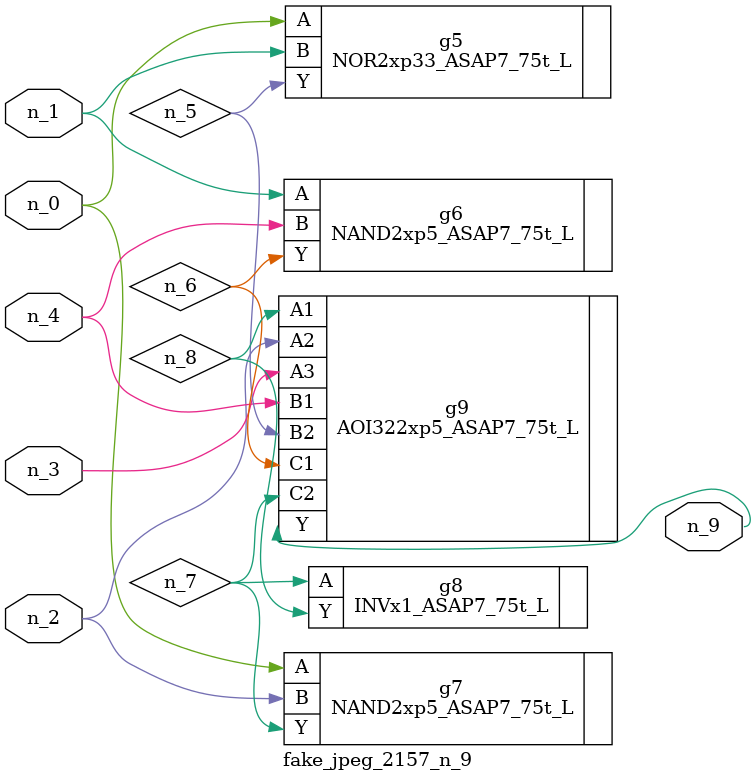
<source format=v>
module fake_jpeg_2157_n_9 (n_3, n_2, n_1, n_0, n_4, n_9);

input n_3;
input n_2;
input n_1;
input n_0;
input n_4;

output n_9;

wire n_8;
wire n_6;
wire n_5;
wire n_7;

NOR2xp33_ASAP7_75t_L g5 ( 
.A(n_0),
.B(n_1),
.Y(n_5)
);

NAND2xp5_ASAP7_75t_L g6 ( 
.A(n_1),
.B(n_4),
.Y(n_6)
);

NAND2xp5_ASAP7_75t_L g7 ( 
.A(n_0),
.B(n_2),
.Y(n_7)
);

INVx1_ASAP7_75t_L g8 ( 
.A(n_7),
.Y(n_8)
);

AOI322xp5_ASAP7_75t_L g9 ( 
.A1(n_8),
.A2(n_2),
.A3(n_3),
.B1(n_4),
.B2(n_5),
.C1(n_6),
.C2(n_7),
.Y(n_9)
);


endmodule
</source>
